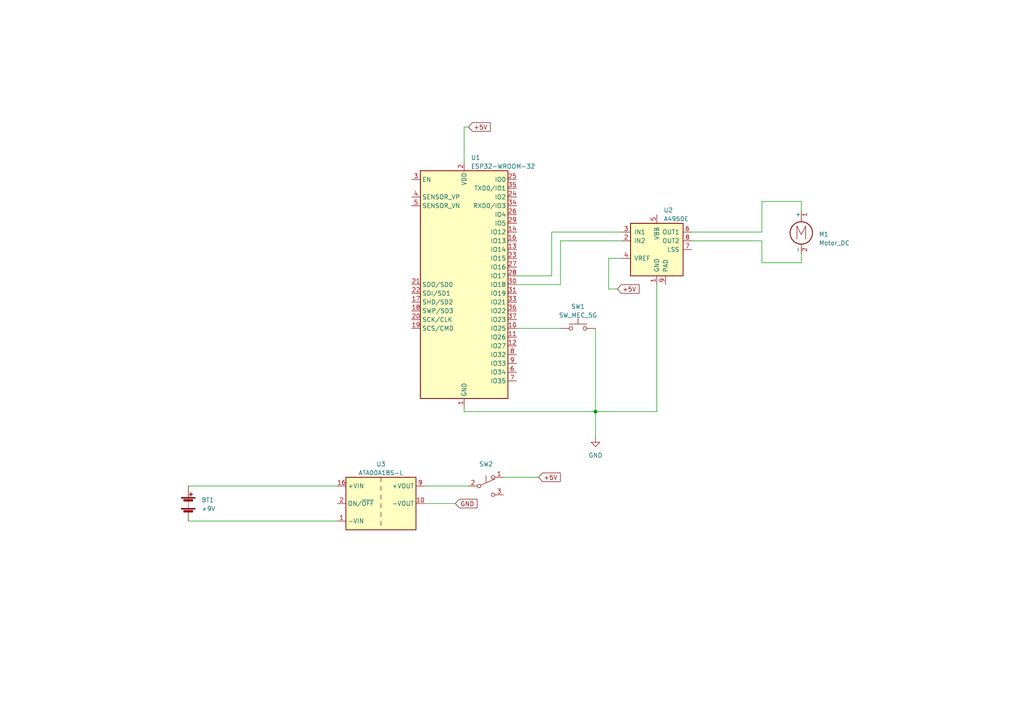
<source format=kicad_sch>
(kicad_sch (version 20230121) (generator eeschema)
  (paper "A4")
  (lib_symbols
    (symbol "Converter_DCDC:ATA00A18S-L"
      (property "Reference" "U" (at 0 11.43 0))
      (property "Value" "ATA00A18S-L" (at 0 8.89 0))
      (symbol "ATA00A18S-L_0_1"
        (rectangle (start -10.16 7.62) (end 10.16 -7.62) (stroke (width 0.254)) (fill (type background)))
        (polyline (pts (xy 0 -5.08) (xy 0 -6.35)))
        (polyline (pts (xy 0 -2.54) (xy 0 -3.81)))
        (polyline (pts (xy 0 0) (xy 0 -1.27)))
        (polyline (pts (xy 0 2.54) (xy 0 1.27)))
        (polyline (pts (xy 0 5.08) (xy 0 3.81)))
        (polyline (pts (xy 0 7.62) (xy 0 6.35)))
      )
      (symbol "ATA00A18S-L_1_1"
        (pin power_in line (at -12.7 -5.08 0) (length 2.54) (name "-VIN") (number "1"))
        (pin power_out line (at 12.7 0 180) (length 2.54) (name "-VOUT") (number "10"))
        (pin power_in line (at -12.7 5.08 0) (length 2.54) (name "+VIN") (number "16"))
        (pin input line (at -12.7 0 0) (length 2.54) (name "ON/~{OFF}") (number "2"))
        (pin no_connect line (at 10.16 -2.54 180) (length 2.54) hide (name "NC") (number "7"))
        (pin no_connect line (at 10.16 -5.08 180) (length 2.54) hide (name "NC") (number "8"))
        (pin power_out line (at 12.7 5.08 180) (length 2.54) (name "+VOUT") (number "9"))
      )
    )
    (symbol "Device:Battery" (pin_numbers hide) (pin_names (offset 0) hide)
      (property "Reference" "BT" (at 2.54 2.54 0))
      (property "Value" "Battery" (at 2.54 0 0))
      (symbol "Battery_0_1"
        (rectangle (start -2.032 -1.397) (end 2.032 -1.651) (fill (type outline)))
        (rectangle (start -2.032 1.778) (end 2.032 1.524) (fill (type outline)))
        (rectangle (start -1.3208 -1.9812) (end 1.27 -2.4892) (fill (type outline)))
        (rectangle (start -1.3208 1.1938) (end 1.27 0.6858) (fill (type outline)))
        (polyline (pts (xy 0 -1.524) (xy 0 -1.27)))
        (polyline (pts (xy 0 -1.016) (xy 0 -0.762)))
        (polyline (pts (xy 0 -0.508) (xy 0 -0.254)))
        (polyline (pts (xy 0 0) (xy 0 0.254)))
        (polyline (pts (xy 0 0.508) (xy 0 0.762)))
        (polyline (pts (xy 0 1.778) (xy 0 2.54)))
        (polyline (pts (xy 0.254 2.667) (xy 1.27 2.667)) (stroke (width 0.254)))
        (polyline (pts (xy 0.762 3.175) (xy 0.762 2.159)) (stroke (width 0.254)))
      )
      (symbol "Battery_1_1"
        (pin passive line (at 0 5.08 270) (length 2.54) (name "+") (number "1"))
        (pin passive line (at 0 -5.08 90) (length 2.54) (name "-") (number "2"))
      )
    )
    (symbol "Driver_Motor:A4950E" (pin_names (offset 1.016))
      (property "Reference" "U" (at -7.62 8.89 0))
      (property "Value" "A4950E" (at 5.08 8.89 0))
      (symbol "A4950E_0_1"
        (rectangle (start -7.62 7.62) (end 7.62 -7.62) (stroke (width 0.254)) (fill (type background)))
      )
      (symbol "A4950E_1_1"
        (pin power_in line (at 0 -10.16 90) (length 2.54) (name "GND") (number "1"))
        (pin input line (at -10.16 2.54 0) (length 2.54) (name "IN2") (number "2"))
        (pin input line (at -10.16 5.08 0) (length 2.54) (name "IN1") (number "3"))
        (pin passive line (at -10.16 -2.54 0) (length 2.54) (name "VREF") (number "4"))
        (pin power_in line (at 0 10.16 270) (length 2.54) (name "VBB") (number "5"))
        (pin power_out line (at 10.16 5.08 180) (length 2.54) (name "OUT1") (number "6"))
        (pin power_in line (at 10.16 0 180) (length 2.54) (name "LSS") (number "7"))
        (pin power_out line (at 10.16 2.54 180) (length 2.54) (name "OUT2") (number "8"))
        (pin power_in line (at 2.54 -10.16 90) (length 2.54) (name "PAD") (number "9"))
      )
    )
    (symbol "Motor:Motor_DC" (pin_names (offset 0))
      (property "Reference" "M" (at 2.54 2.54 0))
      (property "Value" "Motor_DC" (at 2.54 -5.08 0))
      (symbol "Motor_DC_0_0"
        (polyline (pts (xy -1.27 -3.302) (xy -1.27 0.508) (xy 0 -2.032) (xy 1.27 0.508) (xy 1.27 -3.302)))
      )
      (symbol "Motor_DC_0_1"
        (circle (center 0 -1.524) (radius 3.2512) (stroke (width 0.254)))
        (polyline (pts (xy 0 -7.62) (xy 0 -7.112)))
        (polyline (pts (xy 0 -4.7752) (xy 0 -5.1816)))
        (polyline (pts (xy 0 1.7272) (xy 0 2.0828)))
        (polyline (pts (xy 0 2.032) (xy 0 2.54)))
      )
      (symbol "Motor_DC_1_1"
        (pin passive line (at 0 5.08 270) (length 2.54) (name "+") (number "1"))
        (pin passive line (at 0 -7.62 90) (length 2.54) (name "-") (number "2"))
      )
    )
    (symbol "RF_Module:ESP32-WROOM-32"
      (property "Reference" "U" (at -12.7 34.29 0))
      (property "Value" "ESP32-WROOM-32" (at 1.27 34.29 0))
      (symbol "ESP32-WROOM-32_0_1"
        (rectangle (start -12.7 33.02) (end 12.7 -33.02) (stroke (width 0.254)) (fill (type background)))
      )
      (symbol "ESP32-WROOM-32_1_1"
        (pin power_in line (at 0 -35.56 90) (length 2.54) (name "GND") (number "1"))
        (pin bidirectional line (at 15.24 -12.7 180) (length 2.54) (name "IO25") (number "10"))
        (pin bidirectional line (at 15.24 -15.24 180) (length 2.54) (name "IO26") (number "11"))
        (pin bidirectional line (at 15.24 -17.78 180) (length 2.54) (name "IO27") (number "12"))
        (pin bidirectional line (at 15.24 10.16 180) (length 2.54) (name "IO14") (number "13"))
        (pin bidirectional line (at 15.24 15.24 180) (length 2.54) (name "IO12") (number "14"))
        (pin passive line (at 0 -35.56 90) (length 2.54) hide (name "GND") (number "15"))
        (pin bidirectional line (at 15.24 12.7 180) (length 2.54) (name "IO13") (number "16"))
        (pin bidirectional line (at -15.24 -5.08 0) (length 2.54) (name "SHD/SD2") (number "17"))
        (pin bidirectional line (at -15.24 -7.62 0) (length 2.54) (name "SWP/SD3") (number "18"))
        (pin bidirectional line (at -15.24 -12.7 0) (length 2.54) (name "SCS/CMD") (number "19"))
        (pin power_in line (at 0 35.56 270) (length 2.54) (name "VDD") (number "2"))
        (pin bidirectional line (at -15.24 -10.16 0) (length 2.54) (name "SCK/CLK") (number "20"))
        (pin bidirectional line (at -15.24 0 0) (length 2.54) (name "SDO/SD0") (number "21"))
        (pin bidirectional line (at -15.24 -2.54 0) (length 2.54) (name "SDI/SD1") (number "22"))
        (pin bidirectional line (at 15.24 7.62 180) (length 2.54) (name "IO15") (number "23"))
        (pin bidirectional line (at 15.24 25.4 180) (length 2.54) (name "IO2") (number "24"))
        (pin bidirectional line (at 15.24 30.48 180) (length 2.54) (name "IO0") (number "25"))
        (pin bidirectional line (at 15.24 20.32 180) (length 2.54) (name "IO4") (number "26"))
        (pin bidirectional line (at 15.24 5.08 180) (length 2.54) (name "IO16") (number "27"))
        (pin bidirectional line (at 15.24 2.54 180) (length 2.54) (name "IO17") (number "28"))
        (pin bidirectional line (at 15.24 17.78 180) (length 2.54) (name "IO5") (number "29"))
        (pin input line (at -15.24 30.48 0) (length 2.54) (name "EN") (number "3"))
        (pin bidirectional line (at 15.24 0 180) (length 2.54) (name "IO18") (number "30"))
        (pin bidirectional line (at 15.24 -2.54 180) (length 2.54) (name "IO19") (number "31"))
        (pin no_connect line (at -12.7 -27.94 0) (length 2.54) hide (name "NC") (number "32"))
        (pin bidirectional line (at 15.24 -5.08 180) (length 2.54) (name "IO21") (number "33"))
        (pin bidirectional line (at 15.24 22.86 180) (length 2.54) (name "RXD0/IO3") (number "34"))
        (pin bidirectional line (at 15.24 27.94 180) (length 2.54) (name "TXD0/IO1") (number "35"))
        (pin bidirectional line (at 15.24 -7.62 180) (length 2.54) (name "IO22") (number "36"))
        (pin bidirectional line (at 15.24 -10.16 180) (length 2.54) (name "IO23") (number "37"))
        (pin passive line (at 0 -35.56 90) (length 2.54) hide (name "GND") (number "38"))
        (pin passive line (at 0 -35.56 90) (length 2.54) hide (name "GND") (number "39"))
        (pin input line (at -15.24 25.4 0) (length 2.54) (name "SENSOR_VP") (number "4"))
        (pin input line (at -15.24 22.86 0) (length 2.54) (name "SENSOR_VN") (number "5"))
        (pin input line (at 15.24 -25.4 180) (length 2.54) (name "IO34") (number "6"))
        (pin input line (at 15.24 -27.94 180) (length 2.54) (name "IO35") (number "7"))
        (pin bidirectional line (at 15.24 -20.32 180) (length 2.54) (name "IO32") (number "8"))
        (pin bidirectional line (at 15.24 -22.86 180) (length 2.54) (name "IO33") (number "9"))
      )
    )
    (symbol "Switch:SW_MEC_5G" (pin_numbers hide) (pin_names (offset 1.016) hide)
      (property "Reference" "SW" (at 1.27 2.54 0))
      (property "Value" "SW_MEC_5G" (at 0 -1.524 0))
      (symbol "SW_MEC_5G_0_1"
        (circle (center -2.032 0) (radius 0.508))
        (polyline (pts (xy 0 1.27) (xy 0 3.048)))
        (polyline (pts (xy 2.54 1.27) (xy -2.54 1.27)))
        (circle (center 2.032 0) (radius 0.508))
        (pin passive line (at -5.08 0 0) (length 2.54) (name "A") (number "1"))
        (pin passive line (at 5.08 0 180) (length 2.54) (name "B") (number "3"))
      )
      (symbol "SW_MEC_5G_1_1"
        (pin passive line (at -5.08 0 0) (length 2.54) hide (name "A") (number "2"))
        (pin passive line (at 5.08 0 180) (length 2.54) hide (name "B") (number "4"))
      )
    )
    (symbol "Switch:SW_Push_SPDT" (pin_names (offset 0) hide)
      (property "Reference" "SW" (at 0 4.318 0))
      (property "Value" "SW_Push_SPDT" (at 0 -5.08 0))
      (symbol "SW_Push_SPDT_0_0"
        (circle (center -2.032 0) (radius 0.508))
        (polyline (pts (xy 0 1.016) (xy 0 3.048)))
        (circle (center 2.032 -2.54) (radius 0.508))
      )
      (symbol "SW_Push_SPDT_0_1"
        (polyline (pts (xy -1.524 0.254) (xy 2.54 2.032)))
        (circle (center 2.032 2.54) (radius 0.508))
      )
      (symbol "SW_Push_SPDT_1_1"
        (pin passive line (at 5.08 2.54 180) (length 2.54) (name "A") (number "1"))
        (pin passive line (at -5.08 0 0) (length 2.54) (name "B") (number "2"))
        (pin passive line (at 5.08 -2.54 180) (length 2.54) (name "C") (number "3"))
      )
    )
    (symbol "power:GND" (power) (pin_names (offset 0))
      (property "Value" "GND" (at 0 -3.81 0))
      (symbol "GND_0_1"
        (polyline (pts (xy 0 0) (xy 0 -1.27) (xy 1.27 -1.27) (xy 0 -2.54) (xy -1.27 -1.27) (xy 0 -1.27)))
      )
      (symbol "GND_1_1"
        (pin power_in line (at 0 0 270) (length 0) hide (name "GND") (number "1"))
      )
    )
  )
  (junction (at 172.72 119.38))
  (wire (pts (xy 232.41 76.2) (xy 232.41 73.66)))
  (wire (pts (xy 160.02 80.01) (xy 149.86 80.01)))
  (wire (pts (xy 180.34 67.31) (xy 160.02 67.31)))
  (wire (pts (xy 134.62 119.38) (xy 134.62 118.11)))
  (wire (pts (xy 190.5 119.38) (xy 172.72 119.38)))
  (wire (pts (xy 123.19 140.97) (xy 135.89 140.97)))
  (wire (pts (xy 134.62 119.38) (xy 172.72 119.38)))
  (wire (pts (xy 160.02 67.31) (xy 160.02 80.01)))
  (wire (pts (xy 180.34 74.93) (xy 176.53 74.93)))
  (wire (pts (xy 149.86 95.25) (xy 162.56 95.25)))
  (wire (pts (xy 135.89 36.83) (xy 134.62 36.83)))
  (wire (pts (xy 54.61 151.13) (xy 97.79 151.13)))
  (wire (pts (xy 172.72 119.38) (xy 172.72 127)))
  (wire (pts (xy 232.41 58.42) (xy 232.41 60.96)))
  (wire (pts (xy 146.05 138.43) (xy 156.21 138.43)))
  (wire (pts (xy 220.98 58.42) (xy 232.41 58.42)))
  (wire (pts (xy 200.66 69.85) (xy 220.98 69.85)))
  (wire (pts (xy 200.66 67.31) (xy 220.98 67.31)))
  (wire (pts (xy 220.98 76.2) (xy 232.41 76.2)))
  (wire (pts (xy 149.86 82.55) (xy 162.56 82.55)))
  (wire (pts (xy 176.53 74.93) (xy 176.53 83.82)))
  (wire (pts (xy 134.62 36.83) (xy 134.62 46.99)))
  (wire (pts (xy 220.98 67.31) (xy 220.98 58.42)))
  (wire (pts (xy 172.72 95.25) (xy 172.72 119.38)))
  (wire (pts (xy 180.34 69.85) (xy 162.56 69.85)))
  (wire (pts (xy 54.61 140.97) (xy 97.79 140.97)))
  (wire (pts (xy 220.98 69.85) (xy 220.98 76.2)))
  (wire (pts (xy 176.53 83.82) (xy 179.07 83.82)))
  (wire (pts (xy 132.08 146.05) (xy 123.19 146.05)))
  (wire (pts (xy 162.56 69.85) (xy 162.56 82.55)))
  (wire (pts (xy 190.5 82.55) (xy 190.5 119.38)))
  (global_label "+5V" (shape input) (at 135.89 36.83 0) (property "Intersheetrefs" "${INTERSHEET_REFS}" (effects hide)))
  (global_label "GND" (shape input) (at 132.08 146.05 0) (property "Intersheetrefs" "${INTERSHEET_REFS}" (effects hide)))
  (global_label "+5V" (shape input) (at 156.21 138.43 0) (property "Intersheetrefs" "${INTERSHEET_REFS}" (effects hide)))
  (global_label "+5V" (shape input) (at 179.07 83.82 0) (property "Intersheetrefs" "${INTERSHEET_REFS}" (effects hide)))
  (symbol (lib_id "power:GND") (at 172.72 127 0) (unit 1)
    (property "Reference" "#PWR02" (effects hide))
    (property "Value" "GND" (at 172.72 132.08 0))
  )
  (symbol (lib_id "RF_Module:ESP32-WROOM-32") (at 134.62 82.55 0) (unit 1)
    (property "Reference" "U1" (at 136.5759 45.72 0) (effects (justify left)))
    (property "Value" "ESP32-WROOM-32" (at 136.5759 48.26 0) (effects (justify left)))
    (property "Footprint" "RF_Module:ESP32-WROOM-32" (effects hide))
    (property "Datasheet" "https://www.espressif.com/sites/default/files/documentation/esp32-wroom-32_datasheet_en.pdf" (effects hide))
  )
  (symbol (lib_id "Driver_Motor:A4950E") (at 190.5 72.39 0) (unit 1)
    (property "Reference" "U2" (at 192.4559 60.96 0) (effects (justify left)))
    (property "Value" "A4950E" (at 192.4559 63.5 0) (effects (justify left)))
    (property "Footprint" "Package_SO:SOIC-8-1EP_3.9x4.9mm_P1.27mm_EP2.41x3.3mm" (effects hide))
    (property "Datasheet" "http://www.allegromicro.com/~/media/Files/Datasheets/A4950-Datasheet.ashx" (effects hide))
  )
  (symbol (lib_id "Switch:SW_Push_SPDT") (at 140.97 140.97 0) (unit 1)
    (property "Reference" "SW2" (at 140.97 134.62 0))
    (property "Value" "SW_Push_SPDT" (effects hide))
  )
  (symbol (lib_id "Device:Battery") (at 54.61 146.05 0) (unit 1)
    (property "Reference" "BT1" (at 58.42 145.034 0) (effects (justify left)))
    (property "Value" "+9V" (at 58.42 147.574 0) (effects (justify left)))
  )
  (symbol (lib_id "Motor:Motor_DC") (at 232.41 66.04 0) (unit 1)
    (property "Reference" "M1" (at 237.49 67.945 0) (effects (justify left)))
    (property "Value" "Motor_DC" (at 237.49 70.485 0) (effects (justify left)))
  )
  (symbol (lib_id "Switch:SW_MEC_5G") (at 167.64 95.25 0) (unit 1)
    (property "Reference" "SW1" (at 167.64 88.9 0))
    (property "Value" "SW_MEC_5G" (at 167.64 91.44 0))
    (property "Datasheet" "http://www.apem.com/int/index.php?controller=attachment&id_attachment=488" (effects hide))
  )
  (symbol (lib_id "Converter_DCDC:ATA00A18S-L") (at 110.49 146.05 0) (unit 1)
    (property "Reference" "U3" (at 110.49 134.62 0))
    (property "Value" "ATA00A18S-L" (at 110.49 137.16 0))
    (property "Footprint" "Converter_DCDC:Converter_DCDC_Artesyn_ATA_SMD" (effects hide))
    (property "Datasheet" "https://www.artesyn.com/power/assets/ata_series_ds_01apr2015_79c25814fd.pdf" (effects hide))
  )
)
</source>
